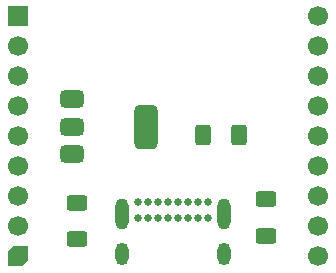
<source format=gbr>
%TF.GenerationSoftware,KiCad,Pcbnew,8.0.4*%
%TF.CreationDate,2024-07-30T18:13:19-04:00*%
%TF.ProjectId,esp32-c3-wroom-socket,65737033-322d-4633-932d-77726f6f6d2d,rev?*%
%TF.SameCoordinates,Original*%
%TF.FileFunction,Soldermask,Bot*%
%TF.FilePolarity,Negative*%
%FSLAX46Y46*%
G04 Gerber Fmt 4.6, Leading zero omitted, Abs format (unit mm)*
G04 Created by KiCad (PCBNEW 8.0.4) date 2024-07-30 18:13:19*
%MOMM*%
%LPD*%
G01*
G04 APERTURE LIST*
G04 Aperture macros list*
%AMRoundRect*
0 Rectangle with rounded corners*
0 $1 Rounding radius*
0 $2 $3 $4 $5 $6 $7 $8 $9 X,Y pos of 4 corners*
0 Add a 4 corners polygon primitive as box body*
4,1,4,$2,$3,$4,$5,$6,$7,$8,$9,$2,$3,0*
0 Add four circle primitives for the rounded corners*
1,1,$1+$1,$2,$3*
1,1,$1+$1,$4,$5*
1,1,$1+$1,$6,$7*
1,1,$1+$1,$8,$9*
0 Add four rect primitives between the rounded corners*
20,1,$1+$1,$2,$3,$4,$5,0*
20,1,$1+$1,$4,$5,$6,$7,0*
20,1,$1+$1,$6,$7,$8,$9,0*
20,1,$1+$1,$8,$9,$2,$3,0*%
%AMOutline5P*
0 Free polygon, 5 corners , with rotation*
0 The origin of the aperture is its center*
0 number of corners: always 5*
0 $1 to $10 corner X, Y*
0 $11 Rotation angle, in degrees counterclockwise*
0 create outline with 5 corners*
4,1,5,$1,$2,$3,$4,$5,$6,$7,$8,$9,$10,$1,$2,$11*%
%AMOutline6P*
0 Free polygon, 6 corners , with rotation*
0 The origin of the aperture is its center*
0 number of corners: always 6*
0 $1 to $12 corner X, Y*
0 $13 Rotation angle, in degrees counterclockwise*
0 create outline with 6 corners*
4,1,6,$1,$2,$3,$4,$5,$6,$7,$8,$9,$10,$11,$12,$1,$2,$13*%
%AMOutline7P*
0 Free polygon, 7 corners , with rotation*
0 The origin of the aperture is its center*
0 number of corners: always 7*
0 $1 to $14 corner X, Y*
0 $15 Rotation angle, in degrees counterclockwise*
0 create outline with 7 corners*
4,1,7,$1,$2,$3,$4,$5,$6,$7,$8,$9,$10,$11,$12,$13,$14,$1,$2,$15*%
%AMOutline8P*
0 Free polygon, 8 corners , with rotation*
0 The origin of the aperture is its center*
0 number of corners: always 8*
0 $1 to $16 corner X, Y*
0 $17 Rotation angle, in degrees counterclockwise*
0 create outline with 8 corners*
4,1,8,$1,$2,$3,$4,$5,$6,$7,$8,$9,$10,$11,$12,$13,$14,$15,$16,$1,$2,$17*%
G04 Aperture macros list end*
%ADD10C,0.660400*%
%ADD11O,1.117600X1.905000*%
%ADD12O,1.117600X2.616200*%
%ADD13R,1.700000X1.700000*%
%ADD14C,1.700000*%
%ADD15Outline6P,-0.850000X0.340000X-0.340000X0.850000X0.850000X0.850000X0.850000X-0.340000X0.340000X-0.850000X-0.850000X-0.850000X0.000000*%
%ADD16RoundRect,0.375000X-0.625000X-0.375000X0.625000X-0.375000X0.625000X0.375000X-0.625000X0.375000X0*%
%ADD17RoundRect,0.500000X-0.500000X-1.400000X0.500000X-1.400000X0.500000X1.400000X-0.500000X1.400000X0*%
%ADD18RoundRect,0.250000X-0.625000X0.400000X-0.625000X-0.400000X0.625000X-0.400000X0.625000X0.400000X0*%
%ADD19RoundRect,0.250000X0.400000X0.625000X-0.400000X0.625000X-0.400000X-0.625000X0.400000X-0.625000X0*%
G04 APERTURE END LIST*
D10*
%TO.C,J1*%
X154150000Y-75200000D03*
X155000001Y-75200000D03*
X155849999Y-75200000D03*
X156700000Y-75200000D03*
X157550001Y-75200000D03*
X158400002Y-75200000D03*
X159250000Y-75200000D03*
X160100001Y-75200000D03*
X160100001Y-76550000D03*
X159250000Y-76550000D03*
X158400002Y-76550000D03*
X157550001Y-76550000D03*
X156700000Y-76550000D03*
X155849999Y-76550000D03*
X155000001Y-76550000D03*
X154150000Y-76550000D03*
D11*
X152800015Y-79565000D03*
X161449985Y-79565000D03*
D12*
X152800000Y-76180001D03*
X161449985Y-76180000D03*
%TD*%
D13*
%TO.C,J2*%
X144010000Y-59480000D03*
D14*
X144010000Y-62020000D03*
X144010000Y-64560000D03*
X144010000Y-67100000D03*
X144010000Y-69640000D03*
X144010000Y-72180000D03*
X144010000Y-74720000D03*
X144010000Y-77260000D03*
D15*
X144010000Y-79800000D03*
D14*
X169410000Y-79800000D03*
X169410000Y-77260000D03*
X169410000Y-74720000D03*
X169410000Y-72180000D03*
X169410000Y-69640000D03*
X169410000Y-67100000D03*
X169410000Y-64560000D03*
X169410000Y-62020000D03*
X169410000Y-59480000D03*
%TD*%
D16*
%TO.C,U2*%
X148550000Y-71100000D03*
X148550000Y-68800000D03*
D17*
X154850000Y-68800000D03*
D16*
X148550000Y-66500000D03*
%TD*%
D18*
%TO.C,R2*%
X165000000Y-74950000D03*
X165000000Y-78050000D03*
%TD*%
D19*
%TO.C,R3*%
X162750000Y-69500000D03*
X159650000Y-69500000D03*
%TD*%
D18*
%TO.C,R4*%
X149000000Y-75250000D03*
X149000000Y-78350000D03*
%TD*%
M02*

</source>
